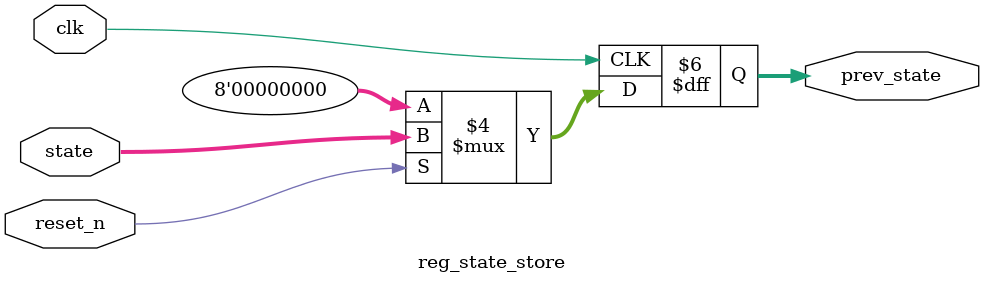
<source format=v>
`default_nettype none

module reg_state_store(
    input wire [7:0]    state,
    input wire          clk,
    input wire          reset_n,
    output reg [7:0]    prev_state
);

    always @(posedge clk) begin
        if (!reset_n) begin
            prev_state <= 0; // Reset previous state to 0
        end else begin
            prev_state <= state; // Update previous state to current state
        end
    end

endmodule

</source>
